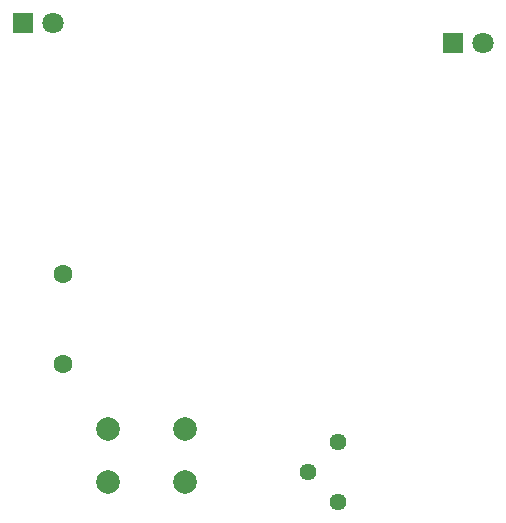
<source format=gbr>
%TF.GenerationSoftware,KiCad,Pcbnew,9.0.2*%
%TF.CreationDate,2025-05-23T21:21:04+05:30*%
%TF.ProjectId,transisted-v2,7472616e-7369-4737-9465-642d76322e6b,rev?*%
%TF.SameCoordinates,Original*%
%TF.FileFunction,Soldermask,Top*%
%TF.FilePolarity,Negative*%
%FSLAX46Y46*%
G04 Gerber Fmt 4.6, Leading zero omitted, Abs format (unit mm)*
G04 Created by KiCad (PCBNEW 9.0.2) date 2025-05-23 21:21:04*
%MOMM*%
%LPD*%
G01*
G04 APERTURE LIST*
%ADD10R,1.800000X1.800000*%
%ADD11C,1.800000*%
%ADD12C,1.600000*%
%ADD13C,2.000000*%
%ADD14C,1.440000*%
G04 APERTURE END LIST*
D10*
%TO.C,D1*%
X128400000Y-89250000D03*
D11*
X130940000Y-89250000D03*
%TD*%
D10*
%TO.C,D2*%
X164860000Y-91010000D03*
D11*
X167400000Y-91010000D03*
%TD*%
D12*
%TO.C,R1*%
X131800000Y-110570000D03*
X131800000Y-118190000D03*
%TD*%
D13*
%TO.C,SW1*%
X142110000Y-123630000D03*
X135610000Y-123630000D03*
X142110000Y-128130000D03*
X135610000Y-128130000D03*
%TD*%
D14*
%TO.C,RV1*%
X155090000Y-129840000D03*
X152550000Y-127300000D03*
X155090000Y-124760000D03*
%TD*%
M02*

</source>
